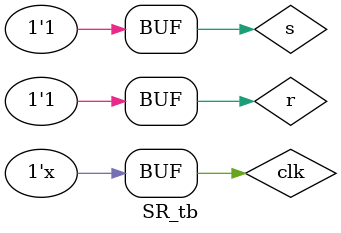
<source format=v>
module SR_tb;
reg s,r,clk;
always  #20 clk = ~clk;
SRflipflop  sr(.s(s),.r(r),.clk(clk),.Q(q));
initial begin 
$monitor(s,r,q);
clk <= 1;

s <= 0;
r <= 0;
#20
s <= 0;
r <= 1;
#20
s <= 1;
r <= 0;
#20
s <= 1;
r <= 1;
end
endmodule


</source>
